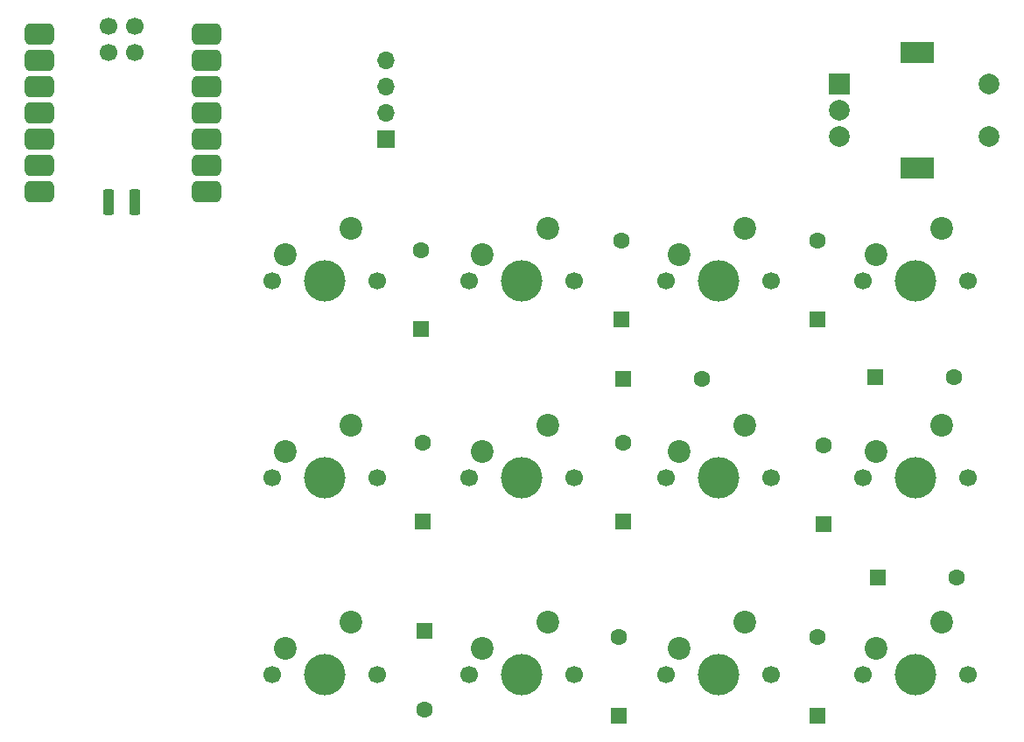
<source format=gbr>
%TF.GenerationSoftware,KiCad,Pcbnew,9.0.7*%
%TF.CreationDate,2026-01-31T21:14:52+02:00*%
%TF.ProjectId,Hackpad,4861636b-7061-4642-9e6b-696361645f70,rev?*%
%TF.SameCoordinates,Original*%
%TF.FileFunction,Soldermask,Bot*%
%TF.FilePolarity,Negative*%
%FSLAX46Y46*%
G04 Gerber Fmt 4.6, Leading zero omitted, Abs format (unit mm)*
G04 Created by KiCad (PCBNEW 9.0.7) date 2026-01-31 21:14:52*
%MOMM*%
%LPD*%
G01*
G04 APERTURE LIST*
G04 Aperture macros list*
%AMRoundRect*
0 Rectangle with rounded corners*
0 $1 Rounding radius*
0 $2 $3 $4 $5 $6 $7 $8 $9 X,Y pos of 4 corners*
0 Add a 4 corners polygon primitive as box body*
4,1,4,$2,$3,$4,$5,$6,$7,$8,$9,$2,$3,0*
0 Add four circle primitives for the rounded corners*
1,1,$1+$1,$2,$3*
1,1,$1+$1,$4,$5*
1,1,$1+$1,$6,$7*
1,1,$1+$1,$8,$9*
0 Add four rect primitives between the rounded corners*
20,1,$1+$1,$2,$3,$4,$5,0*
20,1,$1+$1,$4,$5,$6,$7,0*
20,1,$1+$1,$6,$7,$8,$9,0*
20,1,$1+$1,$8,$9,$2,$3,0*%
G04 Aperture macros list end*
%ADD10RoundRect,0.250000X0.550000X-0.550000X0.550000X0.550000X-0.550000X0.550000X-0.550000X-0.550000X0*%
%ADD11C,1.600000*%
%ADD12C,1.700000*%
%ADD13C,4.000000*%
%ADD14C,2.200000*%
%ADD15RoundRect,0.250000X-0.550000X0.550000X-0.550000X-0.550000X0.550000X-0.550000X0.550000X0.550000X0*%
%ADD16RoundRect,0.250000X-0.550000X-0.550000X0.550000X-0.550000X0.550000X0.550000X-0.550000X0.550000X0*%
%ADD17R,1.700000X1.700000*%
%ADD18O,1.700000X1.700000*%
%ADD19R,2.000000X2.000000*%
%ADD20C,2.000000*%
%ADD21R,3.200000X2.000000*%
%ADD22RoundRect,0.525400X0.900400X0.525400X-0.900400X0.525400X-0.900400X-0.525400X0.900400X-0.525400X0*%
%ADD23RoundRect,0.275000X-0.275000X0.975000X-0.275000X-0.975000X0.275000X-0.975000X0.275000X0.975000X0*%
G04 APERTURE END LIST*
D10*
%TO.C,D11*%
X133400000Y-99220000D03*
D11*
X133400000Y-91600000D03*
%TD*%
D12*
%TO.C,SW9*%
X99695000Y-95250000D03*
D13*
X104775000Y-95250000D03*
D12*
X109855000Y-95250000D03*
D14*
X107315000Y-90170000D03*
X100965000Y-92710000D03*
%TD*%
D10*
%TO.C,D1*%
X114400000Y-60820000D03*
D11*
X114400000Y-53200000D03*
%TD*%
D12*
%TO.C,SW3*%
X137795000Y-57150000D03*
D13*
X142875000Y-57150000D03*
D12*
X147955000Y-57150000D03*
D14*
X145415000Y-52070000D03*
X139065000Y-54610000D03*
%TD*%
D10*
%TO.C,D4*%
X95200000Y-80420000D03*
D11*
X95200000Y-72800000D03*
%TD*%
D10*
%TO.C,D2*%
X133400000Y-60810000D03*
D11*
X133400000Y-53190000D03*
%TD*%
D12*
%TO.C,SW13*%
X80645000Y-57150000D03*
D13*
X85725000Y-57150000D03*
D12*
X90805000Y-57150000D03*
D14*
X88265000Y-52070000D03*
X81915000Y-54610000D03*
%TD*%
D10*
%TO.C,D10*%
X114200000Y-99220000D03*
D11*
X114200000Y-91600000D03*
%TD*%
D10*
%TO.C,D6*%
X114600000Y-80410000D03*
D11*
X114600000Y-72790000D03*
%TD*%
D12*
%TO.C,SW5*%
X99695000Y-76200000D03*
D13*
X104775000Y-76200000D03*
D12*
X109855000Y-76200000D03*
D14*
X107315000Y-71120000D03*
X100965000Y-73660000D03*
%TD*%
D15*
%TO.C,D9*%
X95400000Y-90980000D03*
D11*
X95400000Y-98600000D03*
%TD*%
D12*
%TO.C,SW2*%
X118745000Y-57150000D03*
D13*
X123825000Y-57150000D03*
D12*
X128905000Y-57150000D03*
D14*
X126365000Y-52070000D03*
X120015000Y-54610000D03*
%TD*%
D12*
%TO.C,SW6*%
X118745000Y-76200000D03*
D13*
X123825000Y-76200000D03*
D12*
X128905000Y-76200000D03*
D14*
X126365000Y-71120000D03*
X120015000Y-73660000D03*
%TD*%
D10*
%TO.C,D7*%
X134000000Y-80620000D03*
D11*
X134000000Y-73000000D03*
%TD*%
D12*
%TO.C,SW8*%
X80645000Y-95250000D03*
D13*
X85725000Y-95250000D03*
D12*
X90805000Y-95250000D03*
D14*
X88265000Y-90170000D03*
X81915000Y-92710000D03*
%TD*%
D16*
%TO.C,D12*%
X139200000Y-85800000D03*
D11*
X146820000Y-85800000D03*
%TD*%
D17*
%TO.C,J1*%
X91650000Y-43420000D03*
D18*
X91650000Y-40880000D03*
X91650000Y-38340000D03*
X91650000Y-35800000D03*
%TD*%
D12*
%TO.C,SW11*%
X137795000Y-95250000D03*
D13*
X142875000Y-95250000D03*
D12*
X147955000Y-95250000D03*
D14*
X145415000Y-90170000D03*
X139065000Y-92710000D03*
%TD*%
D16*
%TO.C,D8*%
X114590000Y-66600000D03*
D11*
X122210000Y-66600000D03*
%TD*%
D10*
%TO.C,D5*%
X95000000Y-61810000D03*
D11*
X95000000Y-54190000D03*
%TD*%
D16*
%TO.C,D3*%
X138980000Y-66400000D03*
D11*
X146600000Y-66400000D03*
%TD*%
D12*
%TO.C,SW4*%
X80645000Y-76200000D03*
D13*
X85725000Y-76200000D03*
D12*
X90805000Y-76200000D03*
D14*
X88265000Y-71120000D03*
X81915000Y-73660000D03*
%TD*%
D12*
%TO.C,SW10*%
X118745000Y-95250000D03*
D13*
X123825000Y-95250000D03*
D12*
X128905000Y-95250000D03*
D14*
X126365000Y-90170000D03*
X120015000Y-92710000D03*
%TD*%
D19*
%TO.C,SW17*%
X135518750Y-38100000D03*
D20*
X135518750Y-43100000D03*
X135518750Y-40600000D03*
D21*
X143018750Y-35000000D03*
X143018750Y-46200000D03*
D20*
X150018750Y-43100000D03*
X150018750Y-38100000D03*
%TD*%
D12*
%TO.C,SW7*%
X137795000Y-76200000D03*
D13*
X142875000Y-76200000D03*
D12*
X147955000Y-76200000D03*
D14*
X145415000Y-71120000D03*
X139065000Y-73660000D03*
%TD*%
D12*
%TO.C,SW1*%
X99695000Y-57150000D03*
D13*
X104775000Y-57150000D03*
D12*
X109855000Y-57150000D03*
D14*
X107315000Y-52070000D03*
X100965000Y-54610000D03*
%TD*%
D22*
%TO.C,U1*%
X74264500Y-33220250D03*
X74264500Y-35760250D03*
X74264500Y-38300250D03*
X74264500Y-40840250D03*
X74264500Y-43380250D03*
X74264500Y-45920250D03*
X74264500Y-48460250D03*
X58099500Y-48460250D03*
X58099500Y-45920250D03*
X58099500Y-43380250D03*
X58099500Y-40840250D03*
X58099500Y-38300250D03*
X58099500Y-35760250D03*
X58099500Y-33220250D03*
D23*
X67352500Y-49480250D03*
X64812500Y-49480250D03*
D12*
X67352500Y-32462250D03*
X64812500Y-32462250D03*
X67352500Y-35002250D03*
X64812500Y-35002250D03*
%TD*%
M02*

</source>
